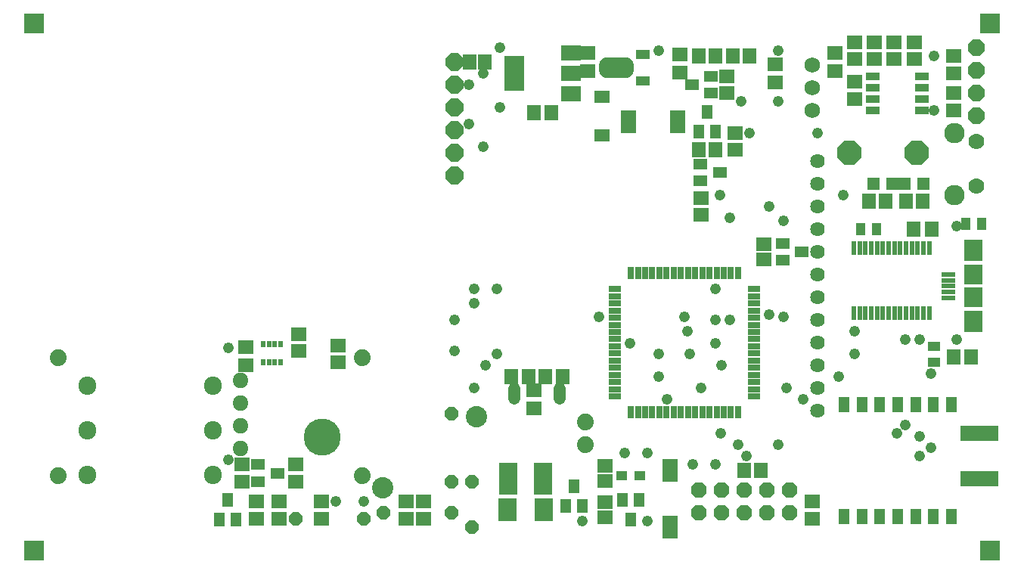
<source format=gbs>
G75*
G70*
%OFA0B0*%
%FSLAX24Y24*%
%IPPOS*%
%LPD*%
%AMOC8*
5,1,8,0,0,1.08239X$1,22.5*
%
%ADD10R,0.1680X0.0680*%
%ADD11C,0.0520*%
%ADD12R,0.0592X0.0710*%
%ADD13R,0.0710X0.0592*%
%ADD14OC8,0.0680*%
%ADD15C,0.0740*%
%ADD16R,0.0550X0.0300*%
%ADD17R,0.0300X0.0550*%
%ADD18R,0.0592X0.0671*%
%ADD19R,0.0395X0.0552*%
%ADD20R,0.0217X0.0630*%
%ADD21R,0.0631X0.0237*%
%ADD22R,0.0828X0.0867*%
%ADD23R,0.0828X0.0946*%
%ADD24R,0.0552X0.0552*%
%ADD25C,0.0680*%
%ADD26OC8,0.0740*%
%ADD27R,0.0671X0.0592*%
%ADD28R,0.0552X0.0395*%
%ADD29R,0.0710X0.0986*%
%ADD30OC8,0.0600*%
%ADD31R,0.0474X0.0631*%
%ADD32R,0.0474X0.0395*%
%ADD33R,0.0828X0.1419*%
%ADD34R,0.0789X0.1025*%
%ADD35R,0.0631X0.0474*%
%ADD36R,0.0474X0.0671*%
%ADD37C,0.0940*%
%ADD38C,0.0702*%
%ADD39C,0.1630*%
%ADD40C,0.0612*%
%ADD41R,0.0218X0.0277*%
%ADD42R,0.0592X0.0356*%
%ADD43OC8,0.0780*%
%ADD44C,0.0640*%
%ADD45C,0.0900*%
%ADD46C,0.0700*%
%ADD47R,0.0631X0.0395*%
%ADD48C,0.0660*%
%ADD49R,0.0671X0.1025*%
%ADD50R,0.0870X0.0670*%
%ADD51R,0.0870X0.1580*%
%ADD52OC8,0.1080*%
%ADD53R,0.0659X0.0580*%
%ADD54R,0.0867X0.0867*%
%ADD55C,0.0476*%
D10*
X042632Y007572D03*
X042632Y009572D03*
D11*
X024132Y011102D02*
X024132Y011542D01*
X022132Y011542D02*
X022132Y011102D01*
D12*
X021988Y012072D03*
X022776Y012072D03*
X023488Y012072D03*
X024276Y012072D03*
X039738Y018572D03*
X040526Y018572D03*
X023776Y023697D03*
X022988Y023697D03*
D13*
X025382Y025554D03*
X025382Y026341D03*
X029429Y026273D03*
X029429Y025486D03*
X033632Y025841D03*
X033632Y025054D03*
X036257Y025554D03*
X036257Y026341D03*
X023007Y011466D03*
X023007Y010679D03*
X017382Y006591D03*
X017382Y005804D03*
X013632Y005804D03*
X013632Y006591D03*
X011757Y006591D03*
X011757Y005804D03*
X010309Y012594D03*
X010309Y013381D03*
X035257Y006591D03*
X035257Y005804D03*
D14*
X034257Y006072D03*
X033257Y006072D03*
X032257Y006072D03*
X031257Y006072D03*
X030257Y006072D03*
X030257Y007072D03*
X031257Y007072D03*
X032257Y007072D03*
X033257Y007072D03*
X034257Y007072D03*
D15*
X025257Y009072D03*
X025257Y010072D03*
X015436Y007716D03*
X015436Y012924D03*
X002044Y012924D03*
X002044Y007716D03*
D16*
X026561Y011210D03*
X026561Y011525D03*
X026561Y011840D03*
X026561Y012155D03*
X026561Y012470D03*
X026561Y012785D03*
X026561Y013100D03*
X026561Y013415D03*
X026561Y013730D03*
X026561Y014045D03*
X026561Y014360D03*
X026561Y014675D03*
X026561Y014990D03*
X026561Y015305D03*
X026561Y015620D03*
X026561Y015934D03*
X032703Y015934D03*
X032703Y015620D03*
X032703Y015305D03*
X032703Y014990D03*
X032703Y014675D03*
X032703Y014360D03*
X032703Y014045D03*
X032703Y013730D03*
X032703Y013415D03*
X032703Y013100D03*
X032703Y012785D03*
X032703Y012470D03*
X032703Y012155D03*
X032703Y011840D03*
X032703Y011525D03*
X032703Y011210D03*
D17*
X031994Y010501D03*
X031679Y010501D03*
X031364Y010501D03*
X031049Y010501D03*
X030734Y010501D03*
X030419Y010501D03*
X030104Y010501D03*
X029789Y010501D03*
X029474Y010501D03*
X029159Y010501D03*
X028844Y010501D03*
X028529Y010501D03*
X028215Y010501D03*
X027900Y010501D03*
X027585Y010501D03*
X027270Y010501D03*
X027270Y016643D03*
X027585Y016643D03*
X027900Y016643D03*
X028215Y016643D03*
X028529Y016643D03*
X028844Y016643D03*
X029159Y016643D03*
X029474Y016643D03*
X029789Y016643D03*
X030104Y016643D03*
X030419Y016643D03*
X030734Y016643D03*
X031049Y016643D03*
X031364Y016643D03*
X031679Y016643D03*
X031994Y016643D03*
D18*
X037758Y019822D03*
X038506Y019822D03*
X039383Y019822D03*
X040131Y019822D03*
X031006Y022072D03*
X030258Y022072D03*
X030258Y026197D03*
X031006Y026197D03*
X031758Y026197D03*
X032506Y026197D03*
X020841Y025947D03*
X020172Y025947D03*
X041508Y012947D03*
X042256Y012947D03*
X033006Y007947D03*
X032258Y007947D03*
D19*
X037402Y018572D03*
X038111Y018572D03*
X042027Y018822D03*
X042736Y018822D03*
D20*
X040420Y017762D03*
X040164Y017762D03*
X039908Y017762D03*
X039652Y017762D03*
X039397Y017762D03*
X039141Y017762D03*
X038885Y017762D03*
X038629Y017762D03*
X038373Y017762D03*
X038117Y017762D03*
X037861Y017762D03*
X037605Y017762D03*
X037349Y017762D03*
X037093Y017762D03*
X037093Y014883D03*
X037349Y014883D03*
X037605Y014883D03*
X037861Y014883D03*
X038117Y014883D03*
X038373Y014883D03*
X038629Y014883D03*
X038885Y014883D03*
X039141Y014883D03*
X039397Y014883D03*
X039652Y014883D03*
X039908Y014883D03*
X040164Y014883D03*
X040420Y014883D03*
D21*
X041260Y015560D03*
X041260Y015816D03*
X041260Y016072D03*
X041260Y016328D03*
X041260Y016584D03*
D22*
X042382Y016564D03*
X042382Y015580D03*
D23*
X042382Y014497D03*
X042382Y017647D03*
D24*
X040170Y020572D03*
X039343Y020572D03*
X038795Y020572D03*
X037968Y020572D03*
D25*
X035257Y023822D03*
X035257Y024822D03*
X035257Y025822D03*
D26*
X042507Y025572D03*
X042507Y024572D03*
X042507Y023572D03*
X042507Y026572D03*
D27*
X041507Y026196D03*
X041507Y025448D03*
X041507Y024571D03*
X041507Y023823D03*
X039757Y026073D03*
X039757Y026821D03*
X038882Y026821D03*
X038882Y026073D03*
X038007Y026073D03*
X037132Y026073D03*
X037132Y026821D03*
X038007Y026821D03*
X037132Y025071D03*
X037132Y024323D03*
X031882Y022821D03*
X031882Y022073D03*
X031507Y024573D03*
X031507Y025321D03*
X030382Y019946D03*
X030382Y019198D03*
X033132Y017907D03*
X033132Y017238D03*
X026132Y008157D03*
X026132Y007488D03*
X026132Y006532D03*
X026132Y005863D03*
X018132Y005823D03*
X018132Y006571D03*
X012507Y007448D03*
X012507Y008196D03*
X010132Y008196D03*
X010132Y007448D03*
X010757Y006571D03*
X010757Y005823D03*
X014382Y012698D03*
X014382Y013446D03*
X012632Y013198D03*
X012632Y013946D03*
D28*
X040632Y013427D03*
X040632Y012718D03*
D29*
X029007Y007937D03*
X029007Y005457D03*
D30*
X020257Y005447D03*
X019382Y006072D03*
X019382Y007447D03*
X020257Y007447D03*
X016382Y006072D03*
X015507Y005822D03*
X012507Y005822D03*
X019382Y010447D03*
D31*
X024757Y007255D03*
X025131Y006389D03*
X024383Y006389D03*
X026883Y006630D03*
X027631Y006630D03*
X027257Y005764D03*
X009881Y005764D03*
X009133Y005764D03*
X009507Y006630D03*
X030258Y022889D03*
X031006Y022889D03*
X030632Y023755D03*
D32*
X027651Y007697D03*
X026863Y007697D03*
D33*
X023400Y007572D03*
X021864Y007572D03*
D34*
X021835Y006197D03*
X023429Y006197D03*
D35*
X011690Y007822D03*
X010824Y007448D03*
X010824Y008196D03*
X030324Y020698D03*
X030324Y021446D03*
X031190Y021072D03*
X033949Y017946D03*
X034815Y017572D03*
X033949Y017198D03*
X030815Y024573D03*
X029949Y024947D03*
X030815Y025321D03*
D36*
X036672Y010861D03*
X037460Y010861D03*
X038247Y010861D03*
X039034Y010861D03*
X039822Y010861D03*
X040609Y010861D03*
X041397Y010861D03*
X041397Y005900D03*
X040609Y005900D03*
X039822Y005900D03*
X039034Y005900D03*
X038247Y005900D03*
X037460Y005900D03*
X036672Y005900D03*
D37*
X020452Y010323D03*
X016318Y007170D03*
D38*
X008799Y007721D02*
X008799Y007799D01*
X008877Y007799D01*
X008877Y007721D01*
X008799Y007721D01*
X008800Y009689D02*
X008800Y009767D01*
X008878Y009767D01*
X008878Y009689D01*
X008800Y009689D01*
X008800Y011657D02*
X008800Y011735D01*
X008878Y011735D01*
X008878Y011657D01*
X008800Y011657D01*
X003257Y011659D02*
X003257Y011737D01*
X003335Y011737D01*
X003335Y011659D01*
X003257Y011659D01*
X003255Y009764D02*
X003255Y009686D01*
X003255Y009764D02*
X003333Y009764D01*
X003333Y009686D01*
X003255Y009686D01*
X003260Y007798D02*
X003260Y007720D01*
X003260Y007798D02*
X003338Y007798D01*
X003338Y007720D01*
X003260Y007720D01*
D39*
X013678Y009399D03*
D40*
X010087Y008865D02*
X010019Y008865D01*
X010019Y008933D01*
X010087Y008933D01*
X010087Y008865D01*
X010087Y009865D02*
X010019Y009865D01*
X010019Y009933D01*
X010087Y009933D01*
X010087Y009865D01*
X010087Y010865D02*
X010019Y010865D01*
X010019Y010933D01*
X010087Y010933D01*
X010087Y010865D01*
X010087Y011865D02*
X010019Y011865D01*
X010019Y011933D01*
X010087Y011933D01*
X010087Y011865D01*
D41*
X011068Y012711D03*
X011324Y012711D03*
X011580Y012711D03*
X011836Y012711D03*
X011836Y013518D03*
X011580Y013518D03*
X011324Y013518D03*
X011068Y013518D03*
D42*
X037924Y023822D03*
X037924Y024322D03*
X037924Y024822D03*
X037924Y025322D03*
X040090Y025322D03*
X040090Y024822D03*
X040090Y024322D03*
X040090Y023822D03*
D43*
X019507Y023947D03*
X019507Y022947D03*
X019507Y021947D03*
X019507Y020947D03*
X019507Y024947D03*
X019507Y025947D03*
D44*
X035507Y021572D03*
X035507Y020572D03*
X035507Y019572D03*
X035507Y018572D03*
X035507Y017572D03*
X035507Y016572D03*
X035507Y015572D03*
X035507Y014572D03*
X035507Y013572D03*
X035507Y012572D03*
X035507Y011572D03*
X035507Y010572D03*
D45*
X041523Y020069D03*
X041523Y022825D03*
D46*
X042507Y022432D03*
X042507Y020463D03*
D47*
X027787Y025107D03*
X027787Y026287D03*
D48*
X026209Y025807D02*
X026209Y025587D01*
X026209Y025807D02*
X027065Y025807D01*
X027065Y025587D01*
X026209Y025587D01*
D49*
X027174Y023322D03*
X029340Y023322D03*
D50*
X024622Y024537D03*
X024622Y025437D03*
X024622Y026337D03*
D51*
X022142Y025447D03*
D52*
X036902Y021947D03*
X039862Y021947D03*
D53*
X026007Y022726D03*
X026007Y024419D03*
D54*
X000974Y004415D03*
X000974Y027643D03*
X043100Y027643D03*
X043100Y004415D03*
D55*
X040007Y008572D03*
X040507Y008947D03*
X040007Y009447D03*
X039382Y009947D03*
X039007Y009572D03*
X036444Y012072D03*
X037132Y013072D03*
X037132Y014072D03*
X039382Y013697D03*
X040007Y013697D03*
X041632Y013697D03*
X040507Y012197D03*
X034882Y011072D03*
X034132Y011572D03*
X031257Y012572D03*
X031007Y013550D03*
X029882Y013072D03*
X029757Y014072D03*
X029632Y014697D03*
X031007Y014572D03*
X031632Y014572D03*
X033382Y014822D03*
X034007Y014697D03*
X031007Y015947D03*
X027234Y013550D03*
X028507Y013072D03*
X028507Y012072D03*
X028882Y011072D03*
X030382Y011572D03*
X031239Y009572D03*
X032007Y009072D03*
X032382Y008572D03*
X031007Y008197D03*
X030007Y008197D03*
X028007Y008697D03*
X027007Y008697D03*
X028007Y005697D03*
X025132Y005697D03*
X033757Y009072D03*
X025882Y014697D03*
X021382Y015947D03*
X020382Y015947D03*
X020382Y015322D03*
X019507Y014572D03*
X019507Y013197D03*
X020882Y012572D03*
X021382Y013072D03*
X020382Y011572D03*
X015507Y006572D03*
X014257Y006572D03*
X009547Y008413D03*
X009547Y013350D03*
X020757Y022197D03*
X020132Y023197D03*
X021507Y023947D03*
X020132Y024947D03*
X020757Y025447D03*
X021507Y026572D03*
X028507Y026447D03*
X032132Y024197D03*
X033757Y024197D03*
X032507Y022822D03*
X035507Y022822D03*
X036632Y020072D03*
X034007Y018947D03*
X033382Y019572D03*
X031632Y019072D03*
X031199Y020072D03*
X040632Y023822D03*
X040632Y026197D03*
X033757Y026447D03*
X041632Y018697D03*
M02*

</source>
